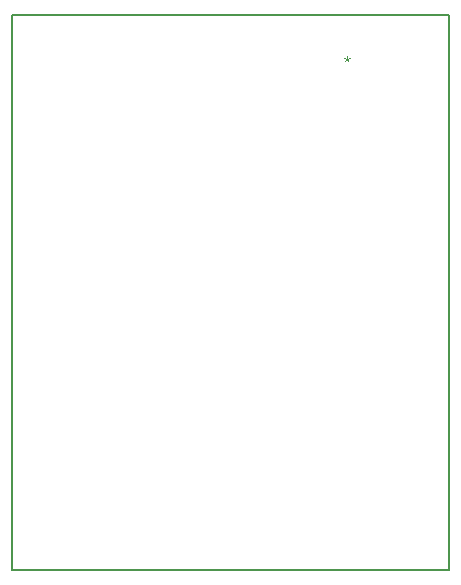
<source format=gm1>
G04 #@! TF.GenerationSoftware,KiCad,Pcbnew,5.0.2-bee76a0~70~ubuntu18.04.1*
G04 #@! TF.CreationDate,2019-08-17T16:59:23+02:00*
G04 #@! TF.ProjectId,HAN_ESP_TSS721,48414e5f-4553-4505-9f54-53533732312e,rev?*
G04 #@! TF.SameCoordinates,Original*
G04 #@! TF.FileFunction,Profile,NP*
%FSLAX46Y46*%
G04 Gerber Fmt 4.6, Leading zero omitted, Abs format (unit mm)*
G04 Created by KiCad (PCBNEW 5.0.2-bee76a0~70~ubuntu18.04.1) date Sat 17 Aug 2019 04:59:23 PM CEST*
%MOMM*%
%LPD*%
G01*
G04 APERTURE LIST*
%ADD10C,0.150000*%
%ADD11C,0.050000*%
G04 APERTURE END LIST*
D10*
X69000000Y-68000000D02*
X69000000Y-115000000D01*
X32000000Y-68000000D02*
X69000000Y-68000000D01*
X32000000Y-115000000D02*
X32000000Y-68000000D01*
X69000000Y-115000000D02*
X32000000Y-115000000D01*
G04 #@! TO.C,U2*
D11*
X60352600Y-71455580D02*
X60352600Y-71693676D01*
X60114504Y-71598438D02*
X60352600Y-71693676D01*
X60590695Y-71598438D01*
X60209742Y-71884152D02*
X60352600Y-71693676D01*
X60495457Y-71884152D01*
G04 #@! TD*
M02*

</source>
